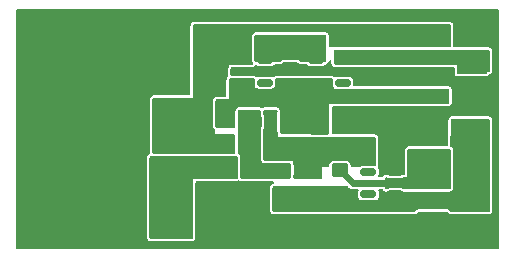
<source format=gbr>
%TF.GenerationSoftware,KiCad,Pcbnew,9.0.0-rc1-104-g6c47f32ccf*%
%TF.CreationDate,2025-01-02T15:12:58+01:00*%
%TF.ProjectId,breakoutpcbs,62726561-6b6f-4757-9470-6362732e6b69,rev?*%
%TF.SameCoordinates,PX6d3f490PY6676f50*%
%TF.FileFunction,Copper,L1,Top*%
%TF.FilePolarity,Positive*%
%FSLAX46Y46*%
G04 Gerber Fmt 4.6, Leading zero omitted, Abs format (unit mm)*
G04 Created by KiCad (PCBNEW 9.0.0-rc1-104-g6c47f32ccf) date 2025-01-02 15:12:58*
%MOMM*%
%LPD*%
G01*
G04 APERTURE LIST*
G04 Aperture macros list*
%AMRoundRect*
0 Rectangle with rounded corners*
0 $1 Rounding radius*
0 $2 $3 $4 $5 $6 $7 $8 $9 X,Y pos of 4 corners*
0 Add a 4 corners polygon primitive as box body*
4,1,4,$2,$3,$4,$5,$6,$7,$8,$9,$2,$3,0*
0 Add four circle primitives for the rounded corners*
1,1,$1+$1,$2,$3*
1,1,$1+$1,$4,$5*
1,1,$1+$1,$6,$7*
1,1,$1+$1,$8,$9*
0 Add four rect primitives between the rounded corners*
20,1,$1+$1,$2,$3,$4,$5,0*
20,1,$1+$1,$4,$5,$6,$7,0*
20,1,$1+$1,$6,$7,$8,$9,0*
20,1,$1+$1,$8,$9,$2,$3,0*%
G04 Aperture macros list end*
%TA.AperFunction,SMDPad,CuDef*%
%ADD10RoundRect,0.250000X-0.450000X0.350000X-0.450000X-0.350000X0.450000X-0.350000X0.450000X0.350000X0*%
%TD*%
%TA.AperFunction,ComponentPad*%
%ADD11R,1.050000X1.500000*%
%TD*%
%TA.AperFunction,ComponentPad*%
%ADD12O,1.050000X1.500000*%
%TD*%
%TA.AperFunction,SMDPad,CuDef*%
%ADD13RoundRect,0.150000X-0.512500X-0.150000X0.512500X-0.150000X0.512500X0.150000X-0.512500X0.150000X0*%
%TD*%
%TA.AperFunction,SMDPad,CuDef*%
%ADD14RoundRect,0.250000X2.050000X0.300000X-2.050000X0.300000X-2.050000X-0.300000X2.050000X-0.300000X0*%
%TD*%
%TA.AperFunction,SMDPad,CuDef*%
%ADD15RoundRect,0.250000X2.025000X2.375000X-2.025000X2.375000X-2.025000X-2.375000X2.025000X-2.375000X0*%
%TD*%
%TA.AperFunction,SMDPad,CuDef*%
%ADD16RoundRect,0.250002X4.449998X5.149998X-4.449998X5.149998X-4.449998X-5.149998X4.449998X-5.149998X0*%
%TD*%
%TA.AperFunction,SMDPad,CuDef*%
%ADD17RoundRect,0.250000X0.450000X-0.350000X0.450000X0.350000X-0.450000X0.350000X-0.450000X-0.350000X0*%
%TD*%
%TA.AperFunction,SMDPad,CuDef*%
%ADD18RoundRect,0.250000X-0.475000X0.337500X-0.475000X-0.337500X0.475000X-0.337500X0.475000X0.337500X0*%
%TD*%
%TA.AperFunction,SMDPad,CuDef*%
%ADD19R,3.150000X1.000000*%
%TD*%
%TA.AperFunction,SMDPad,CuDef*%
%ADD20RoundRect,0.150000X0.512500X0.150000X-0.512500X0.150000X-0.512500X-0.150000X0.512500X-0.150000X0*%
%TD*%
%TA.AperFunction,SMDPad,CuDef*%
%ADD21RoundRect,0.150000X0.587500X0.150000X-0.587500X0.150000X-0.587500X-0.150000X0.587500X-0.150000X0*%
%TD*%
%TA.AperFunction,SMDPad,CuDef*%
%ADD22RoundRect,0.250000X0.337500X0.475000X-0.337500X0.475000X-0.337500X-0.475000X0.337500X-0.475000X0*%
%TD*%
%TA.AperFunction,SMDPad,CuDef*%
%ADD23R,2.510000X1.000000*%
%TD*%
%TA.AperFunction,Conductor*%
%ADD24C,0.600000*%
%TD*%
G04 APERTURE END LIST*
D10*
%TO.P,R9,1*%
%TO.N,GND2*%
X30226000Y11414000D03*
%TO.P,R9,2*%
%TO.N,Net-(Q1-B)*%
X30226000Y9414000D03*
%TD*%
D11*
%TO.P,Q1,1,C*%
%TO.N,/power_switch_bbB/RUNNING*%
X23368000Y11303000D03*
D12*
%TO.P,Q1,2,B*%
%TO.N,Net-(Q1-B)*%
X22098000Y11303000D03*
%TO.P,Q1,3,E*%
%TO.N,Net-(Q1-E)*%
X20828000Y11303000D03*
%TD*%
D13*
%TO.P,U5,1,VDD*%
%TO.N,Net-(U4-VOUT)*%
X25924500Y16510000D03*
%TO.P,U5,2,GND*%
%TO.N,GND2*%
X25924500Y15560000D03*
%TO.P,U5,3,EN*%
%TO.N,/power_switch_bbB/RUNNING*%
X25924500Y14610000D03*
%TO.P,U5,4,NC*%
%TO.N,unconnected-(U5-NC-Pad4)*%
X28199500Y14610000D03*
%TO.P,U5,5,OUT*%
%TO.N,+3V3_1*%
X28199500Y16510000D03*
%TD*%
D14*
%TO.P,U3,1,IN*%
%TO.N,/power_switch_bbB/ONOFF*%
X14478000Y7493000D03*
D15*
%TO.P,U3,2,GND*%
%TO.N,GND2*%
X7753000Y7258000D03*
X7753000Y12808000D03*
D16*
X5328000Y10033000D03*
D15*
X2903000Y7258000D03*
X2903000Y12808000D03*
D14*
%TO.P,U3,3,OUT*%
%TO.N,+5V*%
X14478000Y12573000D03*
%TD*%
D17*
%TO.P,R10,1*%
%TO.N,GND2*%
X20701000Y5207000D03*
%TO.P,R10,2*%
%TO.N,Net-(Q1-E)*%
X20701000Y7207000D03*
%TD*%
D18*
%TO.P,C3,1*%
%TO.N,Net-(U4-VOUT)*%
X23754500Y17823000D03*
%TO.P,C3,2*%
%TO.N,GND2*%
X23754500Y15748000D03*
%TD*%
D19*
%TO.P,J4,1,Pin_1*%
%TO.N,/power_switch_bbB/ONOFF*%
X13574000Y2540000D03*
%TO.P,J4,2,Pin_2*%
%TO.N,GND2*%
X8524000Y2540000D03*
%TD*%
D20*
%TO.P,U2,1,VOUT*%
%TO.N,/power_switch_bbB/EN*%
X32633500Y5146000D03*
%TO.P,U2,2,VDD*%
%TO.N,/power_switch_bbB/VBUS*%
X32633500Y6096000D03*
%TO.P,U2,3,GND*%
%TO.N,GND2*%
X32633500Y7046000D03*
%TO.P,U2,4*%
%TO.N,N/C*%
X30358500Y7046000D03*
%TO.P,U2,5*%
X30358500Y5146000D03*
%TD*%
D21*
%TO.P,Q2,1,B*%
%TO.N,Net-(Q1-B)*%
X28067000Y9530000D03*
%TO.P,Q2,2,E*%
%TO.N,GND2*%
X28067000Y11430000D03*
%TO.P,Q2,3,C*%
%TO.N,/power_switch_bbB/RUNNING*%
X26192000Y10480000D03*
%TD*%
D18*
%TO.P,C1,1*%
%TO.N,/power_switch_bbB/ONOFF*%
X18288000Y7282000D03*
%TO.P,C1,2*%
%TO.N,GND2*%
X18288000Y5207000D03*
%TD*%
D22*
%TO.P,C2,1*%
%TO.N,+5V*%
X16150500Y16764000D03*
%TO.P,C2,2*%
%TO.N,GND2*%
X14075500Y16764000D03*
%TD*%
D23*
%TO.P,J3,1,Pin_1*%
%TO.N,+5V*%
X35806000Y18415000D03*
%TO.P,J3,2,Pin_2*%
%TO.N,+3V3_1*%
X39116000Y15875000D03*
%TO.P,J3,3,Pin_3*%
%TO.N,/power_switch_bbB/RUNNING*%
X35806000Y13335000D03*
%TO.P,J3,4,Pin_4*%
%TO.N,/power_switch_bbB/EN*%
X39116000Y10795000D03*
%TO.P,J3,5,Pin_5*%
%TO.N,/power_switch_bbB/VBUS*%
X35806000Y8255000D03*
%TO.P,J3,6,Pin_6*%
%TO.N,/power_switch_bbB/EN*%
X39116000Y5715000D03*
%TO.P,J3,7,Pin_7*%
%TO.N,GND2*%
X35806000Y3175000D03*
%TD*%
D17*
%TO.P,R7,1*%
%TO.N,/power_switch_bbB/EN*%
X23114000Y5207000D03*
%TO.P,R7,2*%
%TO.N,Net-(Q1-E)*%
X23114000Y7207000D03*
%TD*%
%TO.P,R6,1*%
%TO.N,/power_switch_bbB/EN*%
X25527000Y5207000D03*
%TO.P,R6,2*%
%TO.N,Net-(Q1-B)*%
X25527000Y7207000D03*
%TD*%
D13*
%TO.P,U4,1,VIN*%
%TO.N,+5V*%
X19315000Y16505000D03*
%TO.P,U4,2,GND*%
%TO.N,GND2*%
X19315000Y15555000D03*
%TO.P,U4,3,CE*%
%TO.N,/power_switch_bbB/RUNNING*%
X19315000Y14605000D03*
%TO.P,U4,4,NC*%
%TO.N,unconnected-(U4-NC-Pad4)*%
X21590000Y14605000D03*
%TO.P,U4,5,VOUT*%
%TO.N,Net-(U4-VOUT)*%
X21590000Y16505000D03*
%TD*%
D17*
%TO.P,R5,1*%
%TO.N,/power_switch_bbB/EN*%
X27940000Y5207000D03*
%TO.P,R5,2*%
%TO.N,/power_switch_bbB/VBUS*%
X27940000Y7207000D03*
%TD*%
D10*
%TO.P,R8,1*%
%TO.N,/power_switch_bbB/RUNNING*%
X18161000Y11525000D03*
%TO.P,R8,2*%
%TO.N,+5V*%
X18161000Y9525000D03*
%TD*%
D24*
%TO.N,/power_switch_bbB/VBUS*%
X32633500Y6096000D02*
X29051000Y6096000D01*
X29051000Y6096000D02*
X27940000Y7207000D01*
%TD*%
%TA.AperFunction,Conductor*%
%TO.N,/power_switch_bbB/RUNNING*%
G36*
X20679474Y14966315D02*
G01*
X20725229Y14913511D01*
X20735173Y14844353D01*
X20735139Y14844122D01*
X20727000Y14788261D01*
X20727000Y14421740D01*
X20736926Y14353609D01*
X20788303Y14248515D01*
X20871014Y14165804D01*
X20871015Y14165804D01*
X20871017Y14165802D01*
X20976107Y14114427D01*
X21009923Y14109500D01*
X21044239Y14104500D01*
X21044240Y14104500D01*
X22135761Y14104500D01*
X22170077Y14109500D01*
X22203893Y14114427D01*
X22308983Y14165802D01*
X22391698Y14248517D01*
X22443073Y14353607D01*
X22453000Y14421740D01*
X22453000Y14788260D01*
X22452271Y14793260D01*
X22444861Y14844122D01*
X22454674Y14913299D01*
X22500329Y14966189D01*
X22567332Y14986000D01*
X23107584Y14986000D01*
X23148539Y14979041D01*
X23194798Y14962855D01*
X23194800Y14962854D01*
X23225230Y14960000D01*
X23225234Y14960000D01*
X24283770Y14960000D01*
X24314199Y14962854D01*
X24327920Y14967656D01*
X24360461Y14979041D01*
X24401416Y14986000D01*
X27221206Y14986000D01*
X27288245Y14966315D01*
X27334000Y14913511D01*
X27343944Y14844353D01*
X27336500Y14793260D01*
X27336500Y14793256D01*
X27336500Y14426740D01*
X27346426Y14358609D01*
X27346427Y14358607D01*
X27397802Y14253517D01*
X27397803Y14253516D01*
X27397804Y14253514D01*
X27403773Y14245153D01*
X27402068Y14243937D01*
X27429164Y14194327D01*
X27432000Y14167957D01*
X27432000Y14097000D01*
X37087000Y14097000D01*
X37154039Y14077315D01*
X37199794Y14024511D01*
X37211000Y13973000D01*
X37211000Y12951000D01*
X37191315Y12883961D01*
X37138511Y12838206D01*
X37087000Y12827000D01*
X27051000Y12827000D01*
X27051000Y10354613D01*
X27043958Y10330632D01*
X27040993Y10305811D01*
X27034283Y10297684D01*
X27031315Y10287574D01*
X27012428Y10271209D01*
X26996513Y10251929D01*
X26983761Y10246369D01*
X26978511Y10241819D01*
X26964767Y10236504D01*
X26955625Y10233581D01*
X26952394Y10233212D01*
X26897934Y10220613D01*
X26853998Y10205021D01*
X26830708Y10193637D01*
X26822123Y10190891D01*
X26808403Y10190564D01*
X26784356Y10185000D01*
X25599645Y10185000D01*
X25545188Y10197598D01*
X25530000Y10205023D01*
X25486063Y10220614D01*
X25486058Y10220616D01*
X25431614Y10233211D01*
X25431611Y10233212D01*
X25385288Y10238500D01*
X23060103Y10238500D01*
X22993064Y10258185D01*
X22947309Y10310989D01*
X22943107Y10321415D01*
X22937740Y10336696D01*
X22937322Y10344511D01*
X22934486Y10370878D01*
X22910521Y10447398D01*
X22884093Y10495790D01*
X22882745Y10495054D01*
X22876099Y10512464D01*
X22873085Y10516975D01*
X22867355Y10526440D01*
X22863168Y10534108D01*
X22848000Y10593534D01*
X22848000Y12040307D01*
X22850379Y12064479D01*
X22851792Y12071588D01*
X22857619Y12091762D01*
X22862241Y12103823D01*
X22866300Y12115449D01*
X22872805Y12194997D01*
X22873754Y12206597D01*
X22873754Y12206599D01*
X22863810Y12275755D01*
X22863810Y12275758D01*
X22858718Y12300373D01*
X22815708Y12381085D01*
X22769953Y12433889D01*
X22769947Y12433896D01*
X22752365Y12451840D01*
X22752364Y12451841D01*
X22752362Y12451843D01*
X22752360Y12451844D01*
X22752358Y12451846D01*
X22672548Y12496489D01*
X22672543Y12496491D01*
X22605511Y12516174D01*
X22605507Y12516175D01*
X22605506Y12516175D01*
X22547608Y12524500D01*
X21587000Y12524500D01*
X21586992Y12524500D01*
X21543313Y12519803D01*
X21491825Y12508603D01*
X21481627Y12506110D01*
X21481623Y12506109D01*
X21418271Y12472350D01*
X21349850Y12458196D01*
X21299426Y12473563D01*
X21258437Y12496490D01*
X21258435Y12496491D01*
X21191403Y12516174D01*
X21191399Y12516175D01*
X21191398Y12516175D01*
X21133500Y12524500D01*
X19428000Y12524500D01*
X19427992Y12524500D01*
X19384313Y12519803D01*
X19332825Y12508603D01*
X19322627Y12506110D01*
X19322624Y12506109D01*
X19241916Y12463101D01*
X19241913Y12463099D01*
X19189104Y12417340D01*
X19171160Y12399758D01*
X19171154Y12399751D01*
X19126511Y12319941D01*
X19126509Y12319936D01*
X19106826Y12252904D01*
X19106825Y12252899D01*
X19106825Y12252898D01*
X19100894Y12211646D01*
X19098500Y12194997D01*
X19098500Y10919000D01*
X19078815Y10851961D01*
X19026011Y10806206D01*
X18974500Y10795000D01*
X17523000Y10795000D01*
X17455961Y10814685D01*
X17410206Y10867489D01*
X17399000Y10919000D01*
X17399000Y13084000D01*
X17418685Y13151039D01*
X17471489Y13196794D01*
X17523000Y13208000D01*
X18542000Y13208000D01*
X18542000Y14862000D01*
X18561685Y14929039D01*
X18614489Y14974794D01*
X18666000Y14986000D01*
X20612435Y14986000D01*
X20679474Y14966315D01*
G37*
%TD.AperFunction*%
%TD*%
%TA.AperFunction,Conductor*%
%TO.N,Net-(Q1-E)*%
G36*
X21200539Y12299315D02*
G01*
X21246294Y12246511D01*
X21257500Y12195000D01*
X21257500Y11915466D01*
X21261449Y11875368D01*
X21270886Y11827925D01*
X21282584Y11789362D01*
X21323342Y11690961D01*
X21330398Y11667703D01*
X21345617Y11591200D01*
X21348000Y11567006D01*
X21348000Y11038996D01*
X21345617Y11014803D01*
X21330398Y10938299D01*
X21323343Y10915041D01*
X21297584Y10852850D01*
X21282581Y10816630D01*
X21270886Y10778076D01*
X21261449Y10730633D01*
X21257500Y10690535D01*
X21257500Y8124993D01*
X21262197Y8081314D01*
X21273397Y8029826D01*
X21275890Y8019628D01*
X21275891Y8019625D01*
X21318899Y7938917D01*
X21318901Y7938914D01*
X21364660Y7886105D01*
X21382242Y7868161D01*
X21382246Y7868157D01*
X21382247Y7868156D01*
X21382249Y7868155D01*
X21462059Y7823512D01*
X21462063Y7823510D01*
X21529102Y7803825D01*
X21587000Y7795500D01*
X21587004Y7795500D01*
X22549209Y7795500D01*
X22549223Y7795500D01*
X22571276Y7796687D01*
X22597736Y7799543D01*
X22598984Y7799747D01*
X22599813Y7799881D01*
X22608172Y7800952D01*
X22613583Y7801459D01*
X22625151Y7802000D01*
X23602853Y7802000D01*
X23614409Y7801461D01*
X23619835Y7800952D01*
X23628171Y7799884D01*
X23630264Y7799543D01*
X23656724Y7796687D01*
X23678777Y7795500D01*
X23678789Y7795500D01*
X23680441Y7795411D01*
X23680398Y7794628D01*
X23744096Y7774134D01*
X23788480Y7720173D01*
X23797961Y7681999D01*
X23800402Y7653062D01*
X23800404Y7653049D01*
X23807248Y7612764D01*
X23809000Y7591996D01*
X23809000Y6822005D01*
X23808832Y6815561D01*
X23808313Y6805596D01*
X23807361Y6801900D01*
X23800403Y6760947D01*
X23797500Y6726525D01*
X23797500Y6601000D01*
X23797596Y6599646D01*
X23797332Y6594556D01*
X23786784Y6564508D01*
X23777815Y6533961D01*
X23775296Y6531779D01*
X23774191Y6528630D01*
X23749059Y6509045D01*
X23725011Y6488206D01*
X23721279Y6487395D01*
X23719081Y6485681D01*
X23709317Y6484792D01*
X23673500Y6477000D01*
X19633500Y6477000D01*
X19566461Y6496685D01*
X19520706Y6549489D01*
X19509500Y6601000D01*
X19509500Y8257992D01*
X19509499Y8258008D01*
X19504803Y8301684D01*
X19500897Y8319636D01*
X19493602Y8353175D01*
X19493348Y8354211D01*
X19491110Y8363373D01*
X19448100Y8444085D01*
X19402345Y8496889D01*
X19402339Y8496896D01*
X19384757Y8514840D01*
X19384756Y8514841D01*
X19384754Y8514843D01*
X19367462Y8524516D01*
X19318566Y8574423D01*
X19304000Y8632734D01*
X19304000Y12195000D01*
X19323685Y12262039D01*
X19376489Y12307794D01*
X19428000Y12319000D01*
X21133500Y12319000D01*
X21200539Y12299315D01*
G37*
%TD.AperFunction*%
%TD*%
%TA.AperFunction,Conductor*%
%TO.N,/power_switch_bbB/ONOFF*%
G36*
X19247039Y8362315D02*
G01*
X19292794Y8309511D01*
X19304000Y8258000D01*
X19304000Y6601000D01*
X19284315Y6533961D01*
X19231511Y6488206D01*
X19180000Y6477000D01*
X15494000Y6477000D01*
X15494000Y1521000D01*
X15474315Y1453961D01*
X15421511Y1408206D01*
X15370000Y1397000D01*
X11935000Y1397000D01*
X11867961Y1416685D01*
X11822206Y1469489D01*
X11811000Y1521000D01*
X11811000Y8258000D01*
X11830685Y8325039D01*
X11883489Y8370794D01*
X11935000Y8382000D01*
X19180000Y8382000D01*
X19247039Y8362315D01*
G37*
%TD.AperFunction*%
%TD*%
%TA.AperFunction,Conductor*%
%TO.N,/power_switch_bbB/EN*%
G36*
X40583039Y11537315D02*
G01*
X40628794Y11484511D01*
X40640000Y11433000D01*
X40640000Y3807000D01*
X40620315Y3739961D01*
X40567511Y3694206D01*
X40516000Y3683000D01*
X37361812Y3683000D01*
X37294773Y3702685D01*
X37258628Y3744398D01*
X37256652Y3743077D01*
X37205552Y3819553D01*
X37139230Y3863868D01*
X37139229Y3863869D01*
X37080752Y3875500D01*
X37080748Y3875500D01*
X34531252Y3875500D01*
X34531247Y3875500D01*
X34472770Y3863869D01*
X34472769Y3863868D01*
X34406447Y3819553D01*
X34355348Y3743077D01*
X34352831Y3744759D01*
X34320905Y3705142D01*
X34254610Y3683079D01*
X34250188Y3683000D01*
X22349000Y3683000D01*
X22281961Y3702685D01*
X22236206Y3755489D01*
X22225000Y3807000D01*
X22225000Y5718000D01*
X22244685Y5785039D01*
X22297489Y5830794D01*
X22349000Y5842000D01*
X28545825Y5842000D01*
X28575265Y5833356D01*
X28605252Y5826832D01*
X28610267Y5823078D01*
X28612864Y5822315D01*
X28633506Y5805681D01*
X28646159Y5793028D01*
X28646169Y5793017D01*
X28650499Y5788687D01*
X28650500Y5788686D01*
X28743686Y5695500D01*
X28845750Y5636573D01*
X28845749Y5636573D01*
X28857807Y5629612D01*
X28857814Y5629608D01*
X28985107Y5595500D01*
X28985108Y5595500D01*
X29403631Y5595500D01*
X29470670Y5575815D01*
X29516425Y5523011D01*
X29526369Y5453853D01*
X29515032Y5417042D01*
X29514515Y5415982D01*
X29505426Y5397392D01*
X29495500Y5329261D01*
X29495500Y4962740D01*
X29505426Y4894609D01*
X29556803Y4789515D01*
X29639514Y4706804D01*
X29639515Y4706804D01*
X29639517Y4706802D01*
X29744607Y4655427D01*
X29778673Y4650464D01*
X29812739Y4645500D01*
X29812740Y4645500D01*
X30904261Y4645500D01*
X30926971Y4648809D01*
X30972393Y4655427D01*
X31077483Y4706802D01*
X31160198Y4789517D01*
X31211573Y4894607D01*
X31221500Y4962740D01*
X31221500Y5329260D01*
X31211573Y5397393D01*
X31201967Y5417041D01*
X31201682Y5418711D01*
X31200575Y5419989D01*
X31195828Y5452998D01*
X31190209Y5485913D01*
X31190871Y5487472D01*
X31190631Y5489147D01*
X31204493Y5519502D01*
X31217553Y5550210D01*
X31218952Y5551163D01*
X31219656Y5552703D01*
X31247735Y5570749D01*
X31275317Y5589517D01*
X31277465Y5589855D01*
X31278434Y5590477D01*
X31313369Y5595500D01*
X31494390Y5595500D01*
X31561429Y5575815D01*
X31603821Y5529816D01*
X31605897Y5525921D01*
X31605901Y5525914D01*
X31651660Y5473105D01*
X31669242Y5455161D01*
X31669246Y5455157D01*
X31669247Y5455156D01*
X31669249Y5455155D01*
X31739284Y5415980D01*
X31749063Y5410510D01*
X31816102Y5390825D01*
X31874000Y5382500D01*
X31874004Y5382500D01*
X31891561Y5382500D01*
X31920807Y5384592D01*
X31955742Y5389615D01*
X31964951Y5393051D01*
X31980003Y5398638D01*
X31980247Y5397590D01*
X31992334Y5400386D01*
X32036280Y5415982D01*
X32060833Y5427986D01*
X32066372Y5430694D01*
X32072146Y5432837D01*
X32084623Y5433710D01*
X32116141Y5441000D01*
X33150858Y5441000D01*
X33205318Y5428400D01*
X33225108Y5418726D01*
X33230724Y5415980D01*
X33230732Y5415977D01*
X33230737Y5415975D01*
X33274664Y5400386D01*
X33329112Y5387790D01*
X33329115Y5387789D01*
X33329118Y5387789D01*
X33329121Y5387788D01*
X33375439Y5382500D01*
X37213991Y5382500D01*
X37214000Y5382500D01*
X37257684Y5387197D01*
X37286875Y5393548D01*
X37309174Y5398398D01*
X37309190Y5398402D01*
X37309195Y5398403D01*
X37319373Y5400890D01*
X37400085Y5443900D01*
X37452889Y5489655D01*
X37470843Y5507246D01*
X37515490Y5587063D01*
X37535175Y5654102D01*
X37543500Y5712000D01*
X37543500Y8893000D01*
X37538803Y8936684D01*
X37529532Y8979301D01*
X37527602Y8988175D01*
X37527348Y8989211D01*
X37525110Y8998373D01*
X37482100Y9079085D01*
X37436345Y9131889D01*
X37436339Y9131896D01*
X37418757Y9149840D01*
X37418756Y9149841D01*
X37418754Y9149843D01*
X37418752Y9149844D01*
X37418750Y9149846D01*
X37351247Y9187604D01*
X37302348Y9237511D01*
X37287812Y9298576D01*
X37322113Y10842095D01*
X37335306Y11435755D01*
X37356475Y11502341D01*
X37410282Y11546911D01*
X37459275Y11557000D01*
X40516000Y11557000D01*
X40583039Y11537315D01*
G37*
%TD.AperFunction*%
%TD*%
%TA.AperFunction,Conductor*%
%TO.N,GND2*%
G36*
X41352539Y20815815D02*
G01*
X41398294Y20763011D01*
X41409500Y20711500D01*
X41409500Y624500D01*
X41389815Y557461D01*
X41337011Y511706D01*
X41285500Y500500D01*
X624500Y500500D01*
X557461Y520185D01*
X511706Y572989D01*
X500500Y624500D01*
X500500Y8257997D01*
X11605500Y8257997D01*
X11605500Y1520993D01*
X11610197Y1477314D01*
X11621397Y1425826D01*
X11623890Y1415628D01*
X11623891Y1415625D01*
X11666899Y1334917D01*
X11666901Y1334914D01*
X11712660Y1282105D01*
X11730242Y1264161D01*
X11730246Y1264157D01*
X11730247Y1264156D01*
X11730249Y1264155D01*
X11810059Y1219512D01*
X11810063Y1219510D01*
X11877102Y1199825D01*
X11935000Y1191500D01*
X11935004Y1191500D01*
X15369991Y1191500D01*
X15370000Y1191500D01*
X15413684Y1196197D01*
X15442875Y1202548D01*
X15465174Y1207398D01*
X15465190Y1207402D01*
X15465195Y1207403D01*
X15475373Y1209890D01*
X15556085Y1252900D01*
X15608889Y1298655D01*
X15626843Y1316246D01*
X15671490Y1396063D01*
X15691175Y1463102D01*
X15699500Y1521000D01*
X15699500Y6147500D01*
X15719185Y6214539D01*
X15771989Y6260294D01*
X15823500Y6271500D01*
X19179991Y6271500D01*
X19180000Y6271500D01*
X19223684Y6276197D01*
X19252875Y6282548D01*
X19275174Y6287398D01*
X19275190Y6287402D01*
X19275195Y6287403D01*
X19285373Y6289890D01*
X19348727Y6323651D01*
X19417145Y6337806D01*
X19467573Y6322439D01*
X19508563Y6299510D01*
X19575602Y6279825D01*
X19633500Y6271500D01*
X19633504Y6271500D01*
X22206070Y6271500D01*
X22273109Y6251815D01*
X22318864Y6199011D01*
X22328808Y6129853D01*
X22299783Y6066297D01*
X22250286Y6031651D01*
X22243624Y6029109D01*
X22162916Y5986101D01*
X22162913Y5986099D01*
X22110104Y5940340D01*
X22092160Y5922758D01*
X22092154Y5922751D01*
X22047511Y5842941D01*
X22047509Y5842936D01*
X22027826Y5775904D01*
X22019500Y5717997D01*
X22019500Y3806993D01*
X22024197Y3763314D01*
X22035397Y3711826D01*
X22037890Y3701628D01*
X22037891Y3701625D01*
X22080899Y3620917D01*
X22080901Y3620914D01*
X22126660Y3568105D01*
X22144242Y3550161D01*
X22144246Y3550157D01*
X22144247Y3550156D01*
X22144249Y3550155D01*
X22224059Y3505512D01*
X22224063Y3505510D01*
X22291102Y3485825D01*
X22349000Y3477500D01*
X22349004Y3477500D01*
X34250185Y3477500D01*
X34250188Y3477500D01*
X34253859Y3477533D01*
X34258281Y3477612D01*
X34319501Y3488093D01*
X34385796Y3510156D01*
X34409121Y3519540D01*
X34480915Y3576196D01*
X34509110Y3611184D01*
X34518718Y3621789D01*
X34519545Y3622603D01*
X34526216Y3628908D01*
X34526707Y3629644D01*
X34531571Y3634425D01*
X34557519Y3648309D01*
X34582064Y3664525D01*
X34590081Y3665730D01*
X34593177Y3667386D01*
X34598349Y3666972D01*
X34618503Y3670000D01*
X36993499Y3670000D01*
X37060538Y3650315D01*
X37088227Y3626015D01*
X37096845Y3615813D01*
X37116097Y3593020D01*
X37128435Y3580841D01*
X37139467Y3568110D01*
X37157058Y3550157D01*
X37236875Y3505510D01*
X37303914Y3485825D01*
X37361812Y3477500D01*
X37361816Y3477500D01*
X40515991Y3477500D01*
X40516000Y3477500D01*
X40559684Y3482197D01*
X40588875Y3488548D01*
X40611174Y3493398D01*
X40611190Y3493402D01*
X40611195Y3493403D01*
X40621373Y3495890D01*
X40702085Y3538900D01*
X40754889Y3584655D01*
X40772843Y3602246D01*
X40817490Y3682063D01*
X40837175Y3749102D01*
X40845500Y3807000D01*
X40845500Y11433000D01*
X40840803Y11476684D01*
X40836161Y11498021D01*
X40829602Y11528175D01*
X40829348Y11529211D01*
X40827110Y11538373D01*
X40784100Y11619085D01*
X40738345Y11671889D01*
X40738339Y11671896D01*
X40720757Y11689840D01*
X40720756Y11689841D01*
X40720754Y11689843D01*
X40720752Y11689844D01*
X40720750Y11689846D01*
X40640940Y11734489D01*
X40640935Y11734491D01*
X40573903Y11754174D01*
X40573899Y11754175D01*
X40573898Y11754175D01*
X40516000Y11762500D01*
X37459275Y11762500D01*
X37459266Y11762500D01*
X37417828Y11758278D01*
X37417816Y11758276D01*
X37368867Y11748196D01*
X37360839Y11746375D01*
X37360837Y11746374D01*
X37279195Y11705172D01*
X37279194Y11705171D01*
X37225378Y11660593D01*
X37207046Y11643413D01*
X37207044Y11643411D01*
X37207043Y11643409D01*
X37192720Y11619087D01*
X37160633Y11564601D01*
X37139465Y11498021D01*
X37129856Y11440316D01*
X37083264Y9343745D01*
X37062095Y9277159D01*
X37008288Y9232589D01*
X36959295Y9222500D01*
X33778992Y9222500D01*
X33735313Y9217803D01*
X33683825Y9206603D01*
X33673627Y9204110D01*
X33673624Y9204109D01*
X33592916Y9161101D01*
X33592913Y9161099D01*
X33540104Y9115340D01*
X33522160Y9097758D01*
X33522154Y9097751D01*
X33477511Y9017941D01*
X33477509Y9017936D01*
X33457826Y8950904D01*
X33449500Y8892997D01*
X33449500Y6928605D01*
X33429815Y6861566D01*
X33377011Y6815811D01*
X33361885Y6810063D01*
X33350938Y6806704D01*
X33329125Y6804213D01*
X33274665Y6791615D01*
X33230722Y6776020D01*
X33196555Y6759318D01*
X33187239Y6756458D01*
X33173733Y6756294D01*
X33150854Y6751000D01*
X32116146Y6751000D01*
X32061687Y6763599D01*
X32036292Y6776014D01*
X32036278Y6776020D01*
X32036276Y6776021D01*
X31992335Y6791615D01*
X31937876Y6804213D01*
X31914718Y6806857D01*
X31891562Y6809500D01*
X31891561Y6809500D01*
X31874000Y6809500D01*
X31873992Y6809500D01*
X31830313Y6804803D01*
X31778825Y6793603D01*
X31768627Y6791110D01*
X31768624Y6791109D01*
X31687916Y6748101D01*
X31687913Y6748099D01*
X31635104Y6702340D01*
X31617160Y6684758D01*
X31617154Y6684751D01*
X31603290Y6659964D01*
X31594118Y6650978D01*
X31588784Y6639297D01*
X31569639Y6626994D01*
X31553383Y6611066D01*
X31539433Y6607582D01*
X31530006Y6601523D01*
X31495071Y6596500D01*
X31313369Y6596500D01*
X31246330Y6616185D01*
X31200575Y6668989D01*
X31190631Y6738147D01*
X31201968Y6774960D01*
X31211573Y6794607D01*
X31221500Y6862740D01*
X31221500Y7229260D01*
X31211573Y7297393D01*
X31160198Y7402483D01*
X31160197Y7402484D01*
X31155685Y7411714D01*
X31158455Y7413069D01*
X31141034Y7463194D01*
X31156666Y7529789D01*
X31165490Y7545563D01*
X31185175Y7612602D01*
X31193500Y7670500D01*
X31193500Y9909000D01*
X31188803Y9952684D01*
X31184897Y9970636D01*
X31177602Y10004175D01*
X31177348Y10005211D01*
X31175110Y10014373D01*
X31132100Y10095085D01*
X31086345Y10147889D01*
X31086339Y10147896D01*
X31068757Y10165840D01*
X31068756Y10165841D01*
X31068754Y10165843D01*
X31068752Y10165844D01*
X31068750Y10165846D01*
X30988940Y10210489D01*
X30988935Y10210491D01*
X30921903Y10230174D01*
X30921899Y10230175D01*
X30921898Y10230175D01*
X30864000Y10238500D01*
X30863996Y10238500D01*
X27380500Y10238500D01*
X27313461Y10258185D01*
X27267706Y10310989D01*
X27256500Y10362500D01*
X27256500Y12497500D01*
X27276185Y12564539D01*
X27328989Y12610294D01*
X27380500Y12621500D01*
X37086991Y12621500D01*
X37087000Y12621500D01*
X37130684Y12626197D01*
X37159875Y12632548D01*
X37182174Y12637398D01*
X37182190Y12637402D01*
X37182195Y12637403D01*
X37192373Y12639890D01*
X37273085Y12682900D01*
X37325889Y12728655D01*
X37343843Y12746246D01*
X37388490Y12826063D01*
X37408175Y12893102D01*
X37416500Y12951000D01*
X37416500Y13973000D01*
X37411803Y14016684D01*
X37407897Y14034636D01*
X37400602Y14068175D01*
X37400348Y14069211D01*
X37398110Y14078373D01*
X37355100Y14159085D01*
X37309345Y14211889D01*
X37309339Y14211896D01*
X37291757Y14229840D01*
X37291756Y14229841D01*
X37291754Y14229843D01*
X37291752Y14229844D01*
X37291750Y14229846D01*
X37211940Y14274489D01*
X37211935Y14274491D01*
X37144903Y14294174D01*
X37144899Y14294175D01*
X37144898Y14294175D01*
X37087000Y14302500D01*
X37086996Y14302500D01*
X29186500Y14302500D01*
X29119461Y14322185D01*
X29073706Y14374989D01*
X29062500Y14426500D01*
X29062500Y14793261D01*
X29052573Y14861392D01*
X29052573Y14861393D01*
X29001198Y14966483D01*
X29001196Y14966485D01*
X29001196Y14966486D01*
X28918485Y15049197D01*
X28813391Y15100574D01*
X28745261Y15110500D01*
X28745260Y15110500D01*
X27653740Y15110500D01*
X27653739Y15110500D01*
X27585607Y15100574D01*
X27585605Y15100573D01*
X27570163Y15093024D01*
X27501290Y15081267D01*
X27436993Y15108612D01*
X27427136Y15117643D01*
X27425963Y15118840D01*
X27425962Y15118841D01*
X27425960Y15118843D01*
X27425958Y15118844D01*
X27425956Y15118846D01*
X27346146Y15163489D01*
X27346141Y15163491D01*
X27279109Y15183174D01*
X27279105Y15183175D01*
X27279104Y15183175D01*
X27221206Y15191500D01*
X24401416Y15191500D01*
X24401407Y15191500D01*
X24366996Y15188597D01*
X24326029Y15181636D01*
X24292605Y15173015D01*
X24292589Y15173010D01*
X24291010Y15172457D01*
X24290458Y15172364D01*
X24290098Y15172254D01*
X24290084Y15172300D01*
X24250059Y15165500D01*
X23258942Y15165500D01*
X23218940Y15172297D01*
X23218926Y15172247D01*
X23218538Y15172365D01*
X23217988Y15172458D01*
X23216418Y15173008D01*
X23216402Y15173013D01*
X23182973Y15181636D01*
X23142003Y15188597D01*
X23107592Y15191500D01*
X23107584Y15191500D01*
X22567332Y15191500D01*
X22509063Y15183066D01*
X22442055Y15163253D01*
X22442039Y15163248D01*
X22418438Y15154669D01*
X22418433Y15154666D01*
X22345012Y15100650D01*
X22279347Y15076779D01*
X22217070Y15089131D01*
X22203891Y15095574D01*
X22135761Y15105500D01*
X22135760Y15105500D01*
X21044240Y15105500D01*
X21044239Y15105500D01*
X20976111Y15095575D01*
X20976103Y15095572D01*
X20964466Y15089883D01*
X20895592Y15078127D01*
X20831297Y15105473D01*
X20821438Y15114506D01*
X20817191Y15118841D01*
X20817185Y15118846D01*
X20737375Y15163489D01*
X20737370Y15163491D01*
X20670338Y15183174D01*
X20670334Y15183175D01*
X20670333Y15183175D01*
X20612435Y15191500D01*
X20612431Y15191500D01*
X18809157Y15191500D01*
X18742118Y15211185D01*
X18696363Y15263989D01*
X18691289Y15276987D01*
X18688459Y15285648D01*
X18687534Y15291067D01*
X18669584Y15346737D01*
X18666311Y15353432D01*
X18663632Y15361631D01*
X18663214Y15375436D01*
X18657500Y15400144D01*
X18657500Y15709859D01*
X18670098Y15764316D01*
X18687538Y15799992D01*
X18691213Y15806939D01*
X18692440Y15809091D01*
X18712849Y15852379D01*
X18759243Y15904623D01*
X18825009Y15923500D01*
X20453118Y15923500D01*
X20453119Y15923501D01*
X20499868Y15928889D01*
X20554810Y15941725D01*
X20567969Y15945263D01*
X20647326Y15990724D01*
X20698704Y16038075D01*
X20710315Y16050172D01*
X20770934Y16084906D01*
X20840714Y16081353D01*
X20865627Y16068437D01*
X20871016Y16065803D01*
X20871017Y16065802D01*
X20976107Y16014427D01*
X21009923Y16009500D01*
X21044239Y16004500D01*
X21044240Y16004500D01*
X22135761Y16004500D01*
X22170077Y16009500D01*
X22203893Y16014427D01*
X22308983Y16065802D01*
X22328087Y16084906D01*
X22384363Y16141181D01*
X22445686Y16174666D01*
X22472044Y16177500D01*
X22883115Y16177500D01*
X22883147Y16177500D01*
X22889793Y16177608D01*
X22897797Y16177867D01*
X22961654Y16190232D01*
X23013903Y16209316D01*
X23027270Y16214198D01*
X23027273Y16214200D01*
X23027283Y16214203D01*
X23078811Y16241886D01*
X23148689Y16293460D01*
X23149688Y16293988D01*
X23150051Y16294452D01*
X23181367Y16310730D01*
X23217984Y16323542D01*
X23258936Y16330500D01*
X24250060Y16330500D01*
X24291015Y16323541D01*
X24327635Y16310727D01*
X24360314Y16293456D01*
X24430191Y16241884D01*
X24435615Y16238015D01*
X24442187Y16233485D01*
X24482660Y16214206D01*
X24500916Y16205510D01*
X24531540Y16196518D01*
X24567947Y16185827D01*
X24567949Y16185827D01*
X24567955Y16185825D01*
X24625853Y16177500D01*
X25047457Y16177500D01*
X25114496Y16157815D01*
X25135133Y16141186D01*
X25205517Y16070802D01*
X25310607Y16019427D01*
X25344673Y16014464D01*
X25378739Y16009500D01*
X25378740Y16009500D01*
X26470261Y16009500D01*
X26501907Y16014111D01*
X26538393Y16019427D01*
X26643483Y16070802D01*
X26726198Y16153517D01*
X26726202Y16153528D01*
X26726490Y16153928D01*
X26727037Y16154358D01*
X26733463Y16160783D01*
X26734238Y16160008D01*
X26772645Y16190139D01*
X26771525Y16192241D01*
X26778373Y16195890D01*
X26859085Y16238900D01*
X26911889Y16284655D01*
X26929843Y16302246D01*
X26974490Y16382063D01*
X26983523Y16412827D01*
X27021298Y16471604D01*
X27084854Y16500628D01*
X27154013Y16490684D01*
X27206816Y16444928D01*
X27226500Y16377890D01*
X27226500Y16252993D01*
X27231197Y16209314D01*
X27242397Y16157826D01*
X27243451Y16153516D01*
X27244890Y16147627D01*
X27287900Y16066915D01*
X27297176Y16056210D01*
X27333660Y16014105D01*
X27351242Y15996161D01*
X27351246Y15996157D01*
X27351247Y15996156D01*
X27351249Y15996155D01*
X27431059Y15951512D01*
X27431063Y15951510D01*
X27498102Y15931825D01*
X27556000Y15923500D01*
X37536500Y15923500D01*
X37603539Y15903815D01*
X37649294Y15851011D01*
X37660500Y15799500D01*
X37660500Y15355248D01*
X37672131Y15296771D01*
X37672132Y15296770D01*
X37716447Y15230448D01*
X37782769Y15186133D01*
X37782770Y15186132D01*
X37841247Y15174501D01*
X37841250Y15174500D01*
X37841252Y15174500D01*
X40390750Y15174500D01*
X40390751Y15174501D01*
X40405568Y15177448D01*
X40449229Y15186132D01*
X40449229Y15186133D01*
X40449231Y15186133D01*
X40515552Y15230448D01*
X40529286Y15251004D01*
X40582896Y15295808D01*
X40606034Y15303280D01*
X40611181Y15304400D01*
X40611179Y15304400D01*
X40611195Y15304403D01*
X40621373Y15306890D01*
X40702085Y15349900D01*
X40754889Y15395655D01*
X40772843Y15413246D01*
X40817490Y15493063D01*
X40837175Y15560102D01*
X40845500Y15618000D01*
X40845500Y17275000D01*
X40840803Y17318684D01*
X40836897Y17336636D01*
X40829602Y17370175D01*
X40829348Y17371211D01*
X40827110Y17380373D01*
X40784100Y17461085D01*
X40738345Y17513889D01*
X40738339Y17513896D01*
X40720757Y17531840D01*
X40720756Y17531841D01*
X40720754Y17531843D01*
X40720752Y17531844D01*
X40720750Y17531846D01*
X40640940Y17576489D01*
X40640935Y17576491D01*
X40573903Y17596174D01*
X40573899Y17596175D01*
X40573898Y17596175D01*
X40516000Y17604500D01*
X40515996Y17604500D01*
X37661801Y17604500D01*
X37594762Y17624185D01*
X37549007Y17676989D01*
X37539063Y17746145D01*
X37543500Y17777000D01*
X37543500Y19434000D01*
X37538803Y19477684D01*
X37534897Y19495636D01*
X37527602Y19529175D01*
X37527348Y19530211D01*
X37525110Y19539373D01*
X37482100Y19620085D01*
X37436345Y19672889D01*
X37436339Y19672896D01*
X37418757Y19690840D01*
X37418756Y19690841D01*
X37418754Y19690843D01*
X37418752Y19690844D01*
X37418750Y19690846D01*
X37338940Y19735489D01*
X37338935Y19735491D01*
X37271903Y19755174D01*
X37271899Y19755175D01*
X37271898Y19755175D01*
X37214000Y19763500D01*
X15618000Y19763500D01*
X15617992Y19763500D01*
X15574313Y19758803D01*
X15522825Y19747603D01*
X15512627Y19745110D01*
X15512624Y19745109D01*
X15431916Y19702101D01*
X15431913Y19702099D01*
X15379104Y19656340D01*
X15361160Y19638758D01*
X15361154Y19638751D01*
X15316511Y19558941D01*
X15316509Y19558936D01*
X15296826Y19491904D01*
X15296825Y19491899D01*
X15296825Y19491898D01*
X15288502Y19434008D01*
X15288500Y19433997D01*
X15288500Y13664500D01*
X15268815Y13597461D01*
X15216011Y13551706D01*
X15164500Y13540500D01*
X12188992Y13540500D01*
X12145313Y13535803D01*
X12093825Y13524603D01*
X12083627Y13522110D01*
X12083624Y13522109D01*
X12002916Y13479101D01*
X12002913Y13479099D01*
X11950104Y13433340D01*
X11932160Y13415758D01*
X11932154Y13415751D01*
X11887511Y13335941D01*
X11887509Y13335936D01*
X11867826Y13268904D01*
X11867825Y13268899D01*
X11867825Y13268898D01*
X11859500Y13211000D01*
X11859500Y8711500D01*
X11863406Y8675173D01*
X11850999Y8606414D01*
X11803389Y8555277D01*
X11798432Y8552488D01*
X11748920Y8526103D01*
X11748913Y8526099D01*
X11696104Y8480340D01*
X11678160Y8462758D01*
X11678154Y8462751D01*
X11633511Y8382941D01*
X11633509Y8382936D01*
X11613826Y8315904D01*
X11605500Y8257997D01*
X500500Y8257997D01*
X500500Y20711500D01*
X520185Y20778539D01*
X572989Y20824294D01*
X624500Y20835500D01*
X41285500Y20835500D01*
X41352539Y20815815D01*
G37*
%TD.AperFunction*%
%TD*%
%TA.AperFunction,Conductor*%
%TO.N,Net-(Q1-B)*%
G36*
X22614647Y12299315D02*
G01*
X22660402Y12246511D01*
X22670346Y12177353D01*
X22657244Y12143160D01*
X22658806Y12142513D01*
X22654131Y12131230D01*
X22642500Y12072753D01*
X22642500Y10533248D01*
X22654131Y10474771D01*
X22654132Y10474770D01*
X22705233Y10398293D01*
X22703736Y10397293D01*
X22730164Y10348901D01*
X22733000Y10322534D01*
X22733000Y10033000D01*
X25385288Y10033000D01*
X25439748Y10020401D01*
X25503107Y9989427D01*
X25537173Y9984464D01*
X25571239Y9979500D01*
X25571240Y9979500D01*
X26812761Y9979500D01*
X26835471Y9982809D01*
X26880893Y9989427D01*
X26944252Y10020401D01*
X26998712Y10033000D01*
X30864000Y10033000D01*
X30931039Y10013315D01*
X30976794Y9960511D01*
X30988000Y9909000D01*
X30988000Y7670500D01*
X30968315Y7603461D01*
X30915511Y7557706D01*
X30864000Y7546500D01*
X29812739Y7546500D01*
X29744608Y7536574D01*
X29681248Y7505599D01*
X29626788Y7493000D01*
X28964367Y7493000D01*
X28897328Y7512685D01*
X28851573Y7565489D01*
X28841180Y7608419D01*
X28840771Y7608380D01*
X28840506Y7611201D01*
X28840502Y7611219D01*
X28840499Y7611270D01*
X28837646Y7641699D01*
X28837646Y7641700D01*
X28837646Y7641702D01*
X28792793Y7769881D01*
X28792792Y7769883D01*
X28712150Y7879150D01*
X28602882Y7959793D01*
X28602880Y7959794D01*
X28474700Y8004647D01*
X28444270Y8007500D01*
X28444266Y8007500D01*
X27435734Y8007500D01*
X27435730Y8007500D01*
X27405300Y8004647D01*
X27405298Y8004647D01*
X27277119Y7959794D01*
X27277117Y7959793D01*
X27167850Y7879150D01*
X27087207Y7769883D01*
X27087206Y7769881D01*
X27042353Y7641702D01*
X27042353Y7641700D01*
X27039500Y7611278D01*
X27039498Y7611219D01*
X27039494Y7611208D01*
X27039229Y7608380D01*
X27038540Y7608445D01*
X27016710Y7545170D01*
X26961830Y7501927D01*
X26915633Y7493000D01*
X26416000Y7493000D01*
X26416000Y6601000D01*
X26396315Y6533961D01*
X26343511Y6488206D01*
X26292000Y6477000D01*
X24127000Y6477000D01*
X24118314Y6479551D01*
X24109353Y6478262D01*
X24085312Y6489241D01*
X24059961Y6496685D01*
X24054033Y6503526D01*
X24045797Y6507287D01*
X24031507Y6529522D01*
X24014206Y6549489D01*
X24011918Y6560004D01*
X24008023Y6566065D01*
X24003000Y6601000D01*
X24003000Y6726525D01*
X24009958Y6767478D01*
X24011646Y6772301D01*
X24014500Y6802734D01*
X24014500Y7611266D01*
X24011646Y7641699D01*
X24009958Y7646524D01*
X24003000Y7687478D01*
X24003000Y8001000D01*
X23678777Y8001000D01*
X23652317Y8003856D01*
X23648696Y8004647D01*
X23618270Y8007500D01*
X23618266Y8007500D01*
X22609734Y8007500D01*
X22609730Y8007500D01*
X22579303Y8004647D01*
X22575683Y8003856D01*
X22549223Y8001000D01*
X21587000Y8001000D01*
X21519961Y8020685D01*
X21474206Y8073489D01*
X21463000Y8125000D01*
X21463000Y10690539D01*
X21472439Y10737992D01*
X21513235Y10836483D01*
X21525619Y10866380D01*
X21548081Y10979301D01*
X21553500Y11006543D01*
X21553500Y11599458D01*
X21525620Y11739615D01*
X21525619Y11739616D01*
X21525619Y11739620D01*
X21472439Y11868008D01*
X21463000Y11915461D01*
X21463000Y12195000D01*
X21482685Y12262039D01*
X21535489Y12307794D01*
X21587000Y12319000D01*
X22547608Y12319000D01*
X22614647Y12299315D01*
G37*
%TD.AperFunction*%
%TD*%
%TA.AperFunction,Conductor*%
%TO.N,+5V*%
G36*
X37281039Y19538315D02*
G01*
X37326794Y19485511D01*
X37338000Y19434000D01*
X37338000Y17777000D01*
X37318315Y17709961D01*
X37265511Y17664206D01*
X37214000Y17653000D01*
X27126500Y17653000D01*
X27059461Y17672685D01*
X27013706Y17725489D01*
X27002500Y17777000D01*
X27002500Y18544992D01*
X27002499Y18545008D01*
X26997803Y18588684D01*
X26993897Y18606636D01*
X26986602Y18640175D01*
X26986348Y18641211D01*
X26984110Y18650373D01*
X26941100Y18731085D01*
X26895345Y18783889D01*
X26895339Y18783896D01*
X26877757Y18801840D01*
X26877756Y18801841D01*
X26877754Y18801843D01*
X26877752Y18801844D01*
X26877750Y18801846D01*
X26797940Y18846489D01*
X26797935Y18846491D01*
X26730903Y18866174D01*
X26730899Y18866175D01*
X26730898Y18866175D01*
X26673000Y18874500D01*
X20825000Y18874500D01*
X20824992Y18874500D01*
X20781313Y18869803D01*
X20729825Y18858603D01*
X20719627Y18856110D01*
X20719624Y18856109D01*
X20638916Y18813101D01*
X20638913Y18813099D01*
X20586104Y18767340D01*
X20568160Y18749758D01*
X20568154Y18749751D01*
X20523511Y18669941D01*
X20523509Y18669936D01*
X20503826Y18602904D01*
X20503825Y18602899D01*
X20503825Y18602898D01*
X20495502Y18545008D01*
X20495500Y18544997D01*
X20495500Y16506993D01*
X20500197Y16463314D01*
X20511397Y16411826D01*
X20513890Y16401628D01*
X20513891Y16401625D01*
X20560175Y16314770D01*
X20558398Y16313824D01*
X20577058Y16256798D01*
X20559436Y16189187D01*
X20508058Y16141836D01*
X20453116Y16129000D01*
X18542000Y16129000D01*
X18542000Y15991402D01*
X18522315Y15924363D01*
X18518919Y15919351D01*
X18513303Y15911486D01*
X18461926Y15806392D01*
X18452000Y15738261D01*
X18452000Y15371740D01*
X18461926Y15303609D01*
X18484965Y15256482D01*
X18496724Y15187609D01*
X18469380Y15123312D01*
X18454767Y15108309D01*
X18427105Y15084340D01*
X18409160Y15066758D01*
X18409154Y15066751D01*
X18364511Y14986941D01*
X18364509Y14986936D01*
X18344826Y14919904D01*
X18336500Y14861997D01*
X18336500Y13537500D01*
X18316815Y13470461D01*
X18264011Y13424706D01*
X18212500Y13413500D01*
X17522992Y13413500D01*
X17479313Y13408803D01*
X17427825Y13397603D01*
X17417627Y13395110D01*
X17417624Y13395109D01*
X17336916Y13352101D01*
X17336913Y13352099D01*
X17284104Y13306340D01*
X17266160Y13288758D01*
X17266154Y13288751D01*
X17221511Y13208941D01*
X17221509Y13208936D01*
X17201826Y13141904D01*
X17193500Y13083997D01*
X17193500Y10918993D01*
X17198197Y10875314D01*
X17209397Y10823826D01*
X17211890Y10813628D01*
X17211891Y10813625D01*
X17254899Y10732917D01*
X17254901Y10732914D01*
X17300660Y10680105D01*
X17318242Y10662161D01*
X17318246Y10662157D01*
X17335534Y10652487D01*
X17384432Y10602581D01*
X17399000Y10544267D01*
X17399000Y10287000D01*
X18926000Y10287000D01*
X18993039Y10267315D01*
X19038794Y10214511D01*
X19050000Y10163000D01*
X19050000Y8711500D01*
X19030315Y8644461D01*
X18977511Y8598706D01*
X18926000Y8587500D01*
X12189000Y8587500D01*
X12121961Y8607185D01*
X12076206Y8659989D01*
X12065000Y8711500D01*
X12065000Y13211000D01*
X12084685Y13278039D01*
X12137489Y13323794D01*
X12189000Y13335000D01*
X15494000Y13335000D01*
X15494000Y19434000D01*
X15513685Y19501039D01*
X15566489Y19546794D01*
X15618000Y19558000D01*
X37214000Y19558000D01*
X37281039Y19538315D01*
G37*
%TD.AperFunction*%
%TD*%
%TA.AperFunction,Conductor*%
%TO.N,/power_switch_bbB/VBUS*%
G36*
X37281039Y8997315D02*
G01*
X37326794Y8944511D01*
X37338000Y8893000D01*
X37338000Y5712000D01*
X37318315Y5644961D01*
X37265511Y5599206D01*
X37214000Y5588000D01*
X33375439Y5588000D01*
X33320979Y5600599D01*
X33247393Y5636573D01*
X33247391Y5636574D01*
X33179261Y5646500D01*
X33179260Y5646500D01*
X32087740Y5646500D01*
X32087739Y5646500D01*
X32019608Y5636574D01*
X31970581Y5612607D01*
X31946020Y5600599D01*
X31933933Y5597803D01*
X31926496Y5593023D01*
X31891561Y5588000D01*
X31874000Y5588000D01*
X31806961Y5607685D01*
X31761206Y5660489D01*
X31750000Y5712000D01*
X31750000Y6480000D01*
X31769685Y6547039D01*
X31822489Y6592794D01*
X31874000Y6604000D01*
X31891561Y6604000D01*
X31946020Y6591402D01*
X32019607Y6555427D01*
X32053673Y6550464D01*
X32087739Y6545500D01*
X32087740Y6545500D01*
X33179261Y6545500D01*
X33201971Y6548809D01*
X33247393Y6555427D01*
X33320979Y6591402D01*
X33375439Y6604000D01*
X33655000Y6604000D01*
X33655000Y8893000D01*
X33674685Y8960039D01*
X33727489Y9005794D01*
X33779000Y9017000D01*
X37214000Y9017000D01*
X37281039Y8997315D01*
G37*
%TD.AperFunction*%
%TD*%
%TA.AperFunction,Conductor*%
%TO.N,Net-(U4-VOUT)*%
G36*
X26740039Y18649315D02*
G01*
X26785794Y18596511D01*
X26797000Y18545000D01*
X26797000Y16507000D01*
X26777315Y16439961D01*
X26724511Y16394206D01*
X26673000Y16383000D01*
X24625853Y16383000D01*
X24558814Y16402685D01*
X24552220Y16407230D01*
X24442386Y16488291D01*
X24442380Y16488294D01*
X24314200Y16533147D01*
X24283770Y16536000D01*
X24283766Y16536000D01*
X23225234Y16536000D01*
X23225230Y16536000D01*
X23194800Y16533147D01*
X23194798Y16533147D01*
X23066619Y16488294D01*
X23066613Y16488291D01*
X22956780Y16407230D01*
X22891151Y16383259D01*
X22883147Y16383000D01*
X20825000Y16383000D01*
X20757961Y16402685D01*
X20712206Y16455489D01*
X20701000Y16507000D01*
X20701000Y18545000D01*
X20720685Y18612039D01*
X20773489Y18657794D01*
X20825000Y18669000D01*
X26673000Y18669000D01*
X26740039Y18649315D01*
G37*
%TD.AperFunction*%
%TD*%
%TA.AperFunction,Conductor*%
%TO.N,+3V3_1*%
G36*
X40583039Y17379315D02*
G01*
X40628794Y17326511D01*
X40640000Y17275000D01*
X40640000Y15618000D01*
X40620315Y15550961D01*
X40567511Y15505206D01*
X40516000Y15494000D01*
X38224000Y15494000D01*
X38156961Y15513685D01*
X38111206Y15566489D01*
X38100000Y15618000D01*
X38100000Y16129000D01*
X27556000Y16129000D01*
X27488961Y16148685D01*
X27443206Y16201489D01*
X27432000Y16253000D01*
X27432000Y17275000D01*
X27451685Y17342039D01*
X27504489Y17387794D01*
X27556000Y17399000D01*
X40516000Y17399000D01*
X40583039Y17379315D01*
G37*
%TD.AperFunction*%
%TD*%
M02*

</source>
